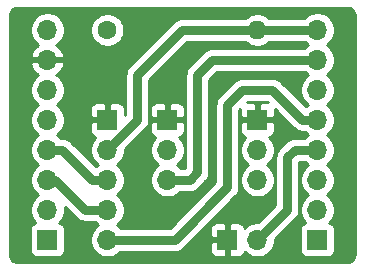
<source format=gbr>
%TF.GenerationSoftware,KiCad,Pcbnew,(5.1.10)-1*%
%TF.CreationDate,2021-09-04T16:11:19-06:00*%
%TF.ProjectId,UselessBox,5573656c-6573-4734-926f-782e6b696361,rev?*%
%TF.SameCoordinates,Original*%
%TF.FileFunction,Copper,L1,Top*%
%TF.FilePolarity,Positive*%
%FSLAX46Y46*%
G04 Gerber Fmt 4.6, Leading zero omitted, Abs format (unit mm)*
G04 Created by KiCad (PCBNEW (5.1.10)-1) date 2021-09-04 16:11:19*
%MOMM*%
%LPD*%
G01*
G04 APERTURE LIST*
%TA.AperFunction,ComponentPad*%
%ADD10O,1.700000X1.700000*%
%TD*%
%TA.AperFunction,ComponentPad*%
%ADD11R,1.700000X1.700000*%
%TD*%
%TA.AperFunction,ComponentPad*%
%ADD12O,1.600000X1.600000*%
%TD*%
%TA.AperFunction,ComponentPad*%
%ADD13C,1.600000*%
%TD*%
%TA.AperFunction,Conductor*%
%ADD14C,0.762000*%
%TD*%
%TA.AperFunction,Conductor*%
%ADD15C,0.254000*%
%TD*%
%TA.AperFunction,Conductor*%
%ADD16C,0.100000*%
%TD*%
G04 APERTURE END LIST*
D10*
%TO.P,J6,5*%
%TO.N,/D6*%
X43180000Y-88900000D03*
%TO.P,J6,4*%
%TO.N,/D1*%
X43180000Y-86360000D03*
%TO.P,J6,3*%
%TO.N,/D2*%
X43180000Y-83820000D03*
%TO.P,J6,2*%
%TO.N,+3V3*%
X43180000Y-81280000D03*
D11*
%TO.P,J6,1*%
%TO.N,GND*%
X43180000Y-78740000D03*
%TD*%
D12*
%TO.P,R1,2*%
%TO.N,+3V3*%
X55880000Y-71120000D03*
D13*
%TO.P,R1,1*%
%TO.N,/D5*%
X43180000Y-71120000D03*
%TD*%
D10*
%TO.P,J5,8*%
%TO.N,+5V*%
X38100000Y-71120000D03*
%TO.P,J5,7*%
%TO.N,GND*%
X38100000Y-73660000D03*
%TO.P,J5,6*%
%TO.N,/D4*%
X38100000Y-76200000D03*
%TO.P,J5,5*%
%TO.N,/D3*%
X38100000Y-78740000D03*
%TO.P,J5,4*%
%TO.N,/D2*%
X38100000Y-81280000D03*
%TO.P,J5,3*%
%TO.N,/D1*%
X38100000Y-83820000D03*
%TO.P,J5,2*%
%TO.N,/RX*%
X38100000Y-86360000D03*
D11*
%TO.P,J5,1*%
%TO.N,/TX*%
X38100000Y-88900000D03*
%TD*%
D10*
%TO.P,J4,3*%
%TO.N,/D8*%
X48260000Y-83820000D03*
%TO.P,J4,2*%
%TO.N,+5V*%
X48260000Y-81280000D03*
D11*
%TO.P,J4,1*%
%TO.N,GND*%
X48260000Y-78740000D03*
%TD*%
D10*
%TO.P,J3,8*%
%TO.N,+3V3*%
X60960000Y-71120000D03*
%TO.P,J3,7*%
%TO.N,/D8*%
X60960000Y-73660000D03*
%TO.P,J3,6*%
%TO.N,/D7*%
X60960000Y-76200000D03*
%TO.P,J3,5*%
%TO.N,/D6*%
X60960000Y-78740000D03*
%TO.P,J3,4*%
%TO.N,/D5*%
X60960000Y-81280000D03*
%TO.P,J3,3*%
%TO.N,/D0*%
X60960000Y-83820000D03*
%TO.P,J3,2*%
%TO.N,/A0*%
X60960000Y-86360000D03*
D11*
%TO.P,J3,1*%
%TO.N,/RST*%
X60960000Y-88900000D03*
%TD*%
D10*
%TO.P,J2,3*%
%TO.N,/D0*%
X55880000Y-83820000D03*
%TO.P,J2,2*%
%TO.N,+5V*%
X55880000Y-81280000D03*
D11*
%TO.P,J2,1*%
%TO.N,GND*%
X55880000Y-78740000D03*
%TD*%
D10*
%TO.P,J1,2*%
%TO.N,/D5*%
X55880000Y-88900000D03*
D11*
%TO.P,J1,1*%
%TO.N,GND*%
X53340000Y-88900000D03*
%TD*%
D14*
%TO.N,/D5*%
X59055000Y-81280000D02*
X60960000Y-81280000D01*
X58420000Y-81915000D02*
X59055000Y-81280000D01*
X58420000Y-86360000D02*
X58420000Y-81915000D01*
X55880000Y-88900000D02*
X58420000Y-86360000D01*
%TO.N,+3V3*%
X60960000Y-71120000D02*
X55880000Y-71120000D01*
X49530000Y-71120000D02*
X55880000Y-71120000D01*
X45720000Y-74930000D02*
X49530000Y-71120000D01*
X45720000Y-78740000D02*
X45720000Y-74930000D01*
X43180000Y-81280000D02*
X45720000Y-78740000D01*
%TO.N,/D8*%
X52070000Y-73660000D02*
X60960000Y-73660000D01*
X50800000Y-74930000D02*
X52070000Y-73660000D01*
X50800000Y-83185000D02*
X50800000Y-74930000D01*
X50165000Y-83820000D02*
X50800000Y-83185000D01*
X48260000Y-83820000D02*
X50165000Y-83820000D01*
%TO.N,/D6*%
X59690000Y-78740000D02*
X60960000Y-78740000D01*
X54610000Y-76200000D02*
X57150000Y-76200000D01*
X57150000Y-76200000D02*
X59690000Y-78740000D01*
X53340000Y-77470000D02*
X54610000Y-76200000D01*
X48895000Y-88900000D02*
X53340000Y-84455000D01*
X53340000Y-84455000D02*
X53340000Y-77470000D01*
X43180000Y-88900000D02*
X48895000Y-88900000D01*
%TO.N,/D2*%
X39370000Y-81280000D02*
X38100000Y-81280000D01*
X41910000Y-83820000D02*
X39370000Y-81280000D01*
X43180000Y-83820000D02*
X41910000Y-83820000D01*
%TO.N,/D1*%
X38735000Y-83820000D02*
X38100000Y-83820000D01*
X41275000Y-86360000D02*
X38735000Y-83820000D01*
X43180000Y-86360000D02*
X41275000Y-86360000D01*
%TD*%
D15*
%TO.N,GND*%
X63617869Y-69254722D02*
X63731246Y-69288953D01*
X63835819Y-69344555D01*
X63927596Y-69419407D01*
X64003091Y-69510664D01*
X64059419Y-69614844D01*
X64094440Y-69727976D01*
X64110000Y-69876022D01*
X64110001Y-90137711D01*
X64095278Y-90287869D01*
X64061047Y-90401246D01*
X64005446Y-90505817D01*
X63930594Y-90597595D01*
X63839335Y-90673091D01*
X63735160Y-90729419D01*
X63622024Y-90764440D01*
X63473979Y-90780000D01*
X35592279Y-90780000D01*
X35442131Y-90765278D01*
X35328754Y-90731047D01*
X35224183Y-90675446D01*
X35132405Y-90600594D01*
X35056909Y-90509335D01*
X35000581Y-90405160D01*
X34965560Y-90292024D01*
X34950000Y-90143979D01*
X34950000Y-88050000D01*
X36611928Y-88050000D01*
X36611928Y-89750000D01*
X36624188Y-89874482D01*
X36660498Y-89994180D01*
X36719463Y-90104494D01*
X36798815Y-90201185D01*
X36895506Y-90280537D01*
X37005820Y-90339502D01*
X37125518Y-90375812D01*
X37250000Y-90388072D01*
X38950000Y-90388072D01*
X39074482Y-90375812D01*
X39194180Y-90339502D01*
X39304494Y-90280537D01*
X39401185Y-90201185D01*
X39480537Y-90104494D01*
X39539502Y-89994180D01*
X39575812Y-89874482D01*
X39588072Y-89750000D01*
X39588072Y-88050000D01*
X39575812Y-87925518D01*
X39539502Y-87805820D01*
X39480537Y-87695506D01*
X39401185Y-87598815D01*
X39304494Y-87519463D01*
X39194180Y-87460498D01*
X39121620Y-87438487D01*
X39253475Y-87306632D01*
X39415990Y-87063411D01*
X39527932Y-86793158D01*
X39585000Y-86506260D01*
X39585000Y-86213740D01*
X39558456Y-86080297D01*
X40521292Y-87043133D01*
X40553104Y-87081896D01*
X40707810Y-87208860D01*
X40884313Y-87303202D01*
X41017732Y-87343674D01*
X41075828Y-87361298D01*
X41095177Y-87363204D01*
X41225098Y-87376000D01*
X41225105Y-87376000D01*
X41274999Y-87380914D01*
X41324893Y-87376000D01*
X42095893Y-87376000D01*
X42233368Y-87513475D01*
X42407760Y-87630000D01*
X42233368Y-87746525D01*
X42026525Y-87953368D01*
X41864010Y-88196589D01*
X41752068Y-88466842D01*
X41695000Y-88753740D01*
X41695000Y-89046260D01*
X41752068Y-89333158D01*
X41864010Y-89603411D01*
X42026525Y-89846632D01*
X42233368Y-90053475D01*
X42476589Y-90215990D01*
X42746842Y-90327932D01*
X43033740Y-90385000D01*
X43326260Y-90385000D01*
X43613158Y-90327932D01*
X43883411Y-90215990D01*
X44126632Y-90053475D01*
X44264107Y-89916000D01*
X48845098Y-89916000D01*
X48895000Y-89920915D01*
X48944902Y-89916000D01*
X49094171Y-89901298D01*
X49285687Y-89843202D01*
X49460057Y-89750000D01*
X51851928Y-89750000D01*
X51864188Y-89874482D01*
X51900498Y-89994180D01*
X51959463Y-90104494D01*
X52038815Y-90201185D01*
X52135506Y-90280537D01*
X52245820Y-90339502D01*
X52365518Y-90375812D01*
X52490000Y-90388072D01*
X53054250Y-90385000D01*
X53213000Y-90226250D01*
X53213000Y-89027000D01*
X52013750Y-89027000D01*
X51855000Y-89185750D01*
X51851928Y-89750000D01*
X49460057Y-89750000D01*
X49462190Y-89748860D01*
X49616896Y-89621896D01*
X49648712Y-89583128D01*
X51181840Y-88050000D01*
X51851928Y-88050000D01*
X51855000Y-88614250D01*
X52013750Y-88773000D01*
X53213000Y-88773000D01*
X53213000Y-87573750D01*
X53054250Y-87415000D01*
X52490000Y-87411928D01*
X52365518Y-87424188D01*
X52245820Y-87460498D01*
X52135506Y-87519463D01*
X52038815Y-87598815D01*
X51959463Y-87695506D01*
X51900498Y-87805820D01*
X51864188Y-87925518D01*
X51851928Y-88050000D01*
X51181840Y-88050000D01*
X54023133Y-85208708D01*
X54061896Y-85176896D01*
X54188860Y-85022190D01*
X54283202Y-84845687D01*
X54341298Y-84654171D01*
X54356000Y-84504902D01*
X54356000Y-84504895D01*
X54360914Y-84455001D01*
X54356000Y-84405107D01*
X54356000Y-79590000D01*
X54391928Y-79590000D01*
X54404188Y-79714482D01*
X54440498Y-79834180D01*
X54499463Y-79944494D01*
X54578815Y-80041185D01*
X54675506Y-80120537D01*
X54785820Y-80179502D01*
X54858380Y-80201513D01*
X54726525Y-80333368D01*
X54564010Y-80576589D01*
X54452068Y-80846842D01*
X54395000Y-81133740D01*
X54395000Y-81426260D01*
X54452068Y-81713158D01*
X54564010Y-81983411D01*
X54726525Y-82226632D01*
X54933368Y-82433475D01*
X55107760Y-82550000D01*
X54933368Y-82666525D01*
X54726525Y-82873368D01*
X54564010Y-83116589D01*
X54452068Y-83386842D01*
X54395000Y-83673740D01*
X54395000Y-83966260D01*
X54452068Y-84253158D01*
X54564010Y-84523411D01*
X54726525Y-84766632D01*
X54933368Y-84973475D01*
X55176589Y-85135990D01*
X55446842Y-85247932D01*
X55733740Y-85305000D01*
X56026260Y-85305000D01*
X56313158Y-85247932D01*
X56583411Y-85135990D01*
X56826632Y-84973475D01*
X57033475Y-84766632D01*
X57195990Y-84523411D01*
X57307932Y-84253158D01*
X57365000Y-83966260D01*
X57365000Y-83673740D01*
X57307932Y-83386842D01*
X57195990Y-83116589D01*
X57033475Y-82873368D01*
X56826632Y-82666525D01*
X56652240Y-82550000D01*
X56826632Y-82433475D01*
X57033475Y-82226632D01*
X57195990Y-81983411D01*
X57307932Y-81713158D01*
X57365000Y-81426260D01*
X57365000Y-81133740D01*
X57307932Y-80846842D01*
X57195990Y-80576589D01*
X57033475Y-80333368D01*
X56901620Y-80201513D01*
X56974180Y-80179502D01*
X57084494Y-80120537D01*
X57181185Y-80041185D01*
X57260537Y-79944494D01*
X57319502Y-79834180D01*
X57355812Y-79714482D01*
X57368072Y-79590000D01*
X57365000Y-79025750D01*
X57206250Y-78867000D01*
X56007000Y-78867000D01*
X56007000Y-78887000D01*
X55753000Y-78887000D01*
X55753000Y-78867000D01*
X54553750Y-78867000D01*
X54395000Y-79025750D01*
X54391928Y-79590000D01*
X54356000Y-79590000D01*
X54356000Y-77890840D01*
X54395761Y-77851079D01*
X54391928Y-77890000D01*
X54395000Y-78454250D01*
X54553750Y-78613000D01*
X55753000Y-78613000D01*
X55753000Y-77413750D01*
X55594250Y-77255000D01*
X55030000Y-77251928D01*
X54991080Y-77255761D01*
X55030841Y-77216000D01*
X56729160Y-77216000D01*
X56768921Y-77255761D01*
X56730000Y-77251928D01*
X56165750Y-77255000D01*
X56007000Y-77413750D01*
X56007000Y-78613000D01*
X57206250Y-78613000D01*
X57365000Y-78454250D01*
X57368072Y-77890000D01*
X57364239Y-77851079D01*
X58936292Y-79423133D01*
X58968104Y-79461896D01*
X59122810Y-79588860D01*
X59299313Y-79683202D01*
X59402429Y-79714482D01*
X59490828Y-79741298D01*
X59510177Y-79743204D01*
X59640098Y-79756000D01*
X59640105Y-79756000D01*
X59689999Y-79760914D01*
X59739893Y-79756000D01*
X59875893Y-79756000D01*
X60013368Y-79893475D01*
X60187760Y-80010000D01*
X60013368Y-80126525D01*
X59875893Y-80264000D01*
X59104902Y-80264000D01*
X59055000Y-80259085D01*
X59005098Y-80264000D01*
X58855829Y-80278702D01*
X58664313Y-80336798D01*
X58487810Y-80431140D01*
X58333104Y-80558104D01*
X58301287Y-80596873D01*
X57736868Y-81161292D01*
X57698105Y-81193104D01*
X57571141Y-81347810D01*
X57529209Y-81426260D01*
X57476799Y-81524313D01*
X57418702Y-81715830D01*
X57399085Y-81915000D01*
X57404001Y-81964912D01*
X57404000Y-85939159D01*
X55928160Y-87415000D01*
X55733740Y-87415000D01*
X55446842Y-87472068D01*
X55176589Y-87584010D01*
X54933368Y-87746525D01*
X54801513Y-87878380D01*
X54779502Y-87805820D01*
X54720537Y-87695506D01*
X54641185Y-87598815D01*
X54544494Y-87519463D01*
X54434180Y-87460498D01*
X54314482Y-87424188D01*
X54190000Y-87411928D01*
X53625750Y-87415000D01*
X53467000Y-87573750D01*
X53467000Y-88773000D01*
X53487000Y-88773000D01*
X53487000Y-89027000D01*
X53467000Y-89027000D01*
X53467000Y-90226250D01*
X53625750Y-90385000D01*
X54190000Y-90388072D01*
X54314482Y-90375812D01*
X54434180Y-90339502D01*
X54544494Y-90280537D01*
X54641185Y-90201185D01*
X54720537Y-90104494D01*
X54779502Y-89994180D01*
X54801513Y-89921620D01*
X54933368Y-90053475D01*
X55176589Y-90215990D01*
X55446842Y-90327932D01*
X55733740Y-90385000D01*
X56026260Y-90385000D01*
X56313158Y-90327932D01*
X56583411Y-90215990D01*
X56826632Y-90053475D01*
X57033475Y-89846632D01*
X57195990Y-89603411D01*
X57307932Y-89333158D01*
X57365000Y-89046260D01*
X57365000Y-88851840D01*
X59103135Y-87113706D01*
X59141896Y-87081896D01*
X59268860Y-86927190D01*
X59363202Y-86750687D01*
X59421298Y-86559171D01*
X59436000Y-86409902D01*
X59436000Y-86409895D01*
X59440914Y-86360001D01*
X59436000Y-86310107D01*
X59436000Y-82335840D01*
X59475840Y-82296000D01*
X59875893Y-82296000D01*
X60013368Y-82433475D01*
X60187760Y-82550000D01*
X60013368Y-82666525D01*
X59806525Y-82873368D01*
X59644010Y-83116589D01*
X59532068Y-83386842D01*
X59475000Y-83673740D01*
X59475000Y-83966260D01*
X59532068Y-84253158D01*
X59644010Y-84523411D01*
X59806525Y-84766632D01*
X60013368Y-84973475D01*
X60187760Y-85090000D01*
X60013368Y-85206525D01*
X59806525Y-85413368D01*
X59644010Y-85656589D01*
X59532068Y-85926842D01*
X59475000Y-86213740D01*
X59475000Y-86506260D01*
X59532068Y-86793158D01*
X59644010Y-87063411D01*
X59806525Y-87306632D01*
X59938380Y-87438487D01*
X59865820Y-87460498D01*
X59755506Y-87519463D01*
X59658815Y-87598815D01*
X59579463Y-87695506D01*
X59520498Y-87805820D01*
X59484188Y-87925518D01*
X59471928Y-88050000D01*
X59471928Y-89750000D01*
X59484188Y-89874482D01*
X59520498Y-89994180D01*
X59579463Y-90104494D01*
X59658815Y-90201185D01*
X59755506Y-90280537D01*
X59865820Y-90339502D01*
X59985518Y-90375812D01*
X60110000Y-90388072D01*
X61810000Y-90388072D01*
X61934482Y-90375812D01*
X62054180Y-90339502D01*
X62164494Y-90280537D01*
X62261185Y-90201185D01*
X62340537Y-90104494D01*
X62399502Y-89994180D01*
X62435812Y-89874482D01*
X62448072Y-89750000D01*
X62448072Y-88050000D01*
X62435812Y-87925518D01*
X62399502Y-87805820D01*
X62340537Y-87695506D01*
X62261185Y-87598815D01*
X62164494Y-87519463D01*
X62054180Y-87460498D01*
X61981620Y-87438487D01*
X62113475Y-87306632D01*
X62275990Y-87063411D01*
X62387932Y-86793158D01*
X62445000Y-86506260D01*
X62445000Y-86213740D01*
X62387932Y-85926842D01*
X62275990Y-85656589D01*
X62113475Y-85413368D01*
X61906632Y-85206525D01*
X61732240Y-85090000D01*
X61906632Y-84973475D01*
X62113475Y-84766632D01*
X62275990Y-84523411D01*
X62387932Y-84253158D01*
X62445000Y-83966260D01*
X62445000Y-83673740D01*
X62387932Y-83386842D01*
X62275990Y-83116589D01*
X62113475Y-82873368D01*
X61906632Y-82666525D01*
X61732240Y-82550000D01*
X61906632Y-82433475D01*
X62113475Y-82226632D01*
X62275990Y-81983411D01*
X62387932Y-81713158D01*
X62445000Y-81426260D01*
X62445000Y-81133740D01*
X62387932Y-80846842D01*
X62275990Y-80576589D01*
X62113475Y-80333368D01*
X61906632Y-80126525D01*
X61732240Y-80010000D01*
X61906632Y-79893475D01*
X62113475Y-79686632D01*
X62275990Y-79443411D01*
X62387932Y-79173158D01*
X62445000Y-78886260D01*
X62445000Y-78593740D01*
X62387932Y-78306842D01*
X62275990Y-78036589D01*
X62113475Y-77793368D01*
X61906632Y-77586525D01*
X61732240Y-77470000D01*
X61906632Y-77353475D01*
X62113475Y-77146632D01*
X62275990Y-76903411D01*
X62387932Y-76633158D01*
X62445000Y-76346260D01*
X62445000Y-76053740D01*
X62387932Y-75766842D01*
X62275990Y-75496589D01*
X62113475Y-75253368D01*
X61906632Y-75046525D01*
X61732240Y-74930000D01*
X61906632Y-74813475D01*
X62113475Y-74606632D01*
X62275990Y-74363411D01*
X62387932Y-74093158D01*
X62445000Y-73806260D01*
X62445000Y-73513740D01*
X62387932Y-73226842D01*
X62275990Y-72956589D01*
X62113475Y-72713368D01*
X61906632Y-72506525D01*
X61732240Y-72390000D01*
X61906632Y-72273475D01*
X62113475Y-72066632D01*
X62275990Y-71823411D01*
X62387932Y-71553158D01*
X62445000Y-71266260D01*
X62445000Y-70973740D01*
X62387932Y-70686842D01*
X62275990Y-70416589D01*
X62113475Y-70173368D01*
X61906632Y-69966525D01*
X61663411Y-69804010D01*
X61393158Y-69692068D01*
X61106260Y-69635000D01*
X60813740Y-69635000D01*
X60526842Y-69692068D01*
X60256589Y-69804010D01*
X60013368Y-69966525D01*
X59875893Y-70104000D01*
X56893396Y-70104000D01*
X56794759Y-70005363D01*
X56559727Y-69848320D01*
X56298574Y-69740147D01*
X56021335Y-69685000D01*
X55738665Y-69685000D01*
X55461426Y-69740147D01*
X55200273Y-69848320D01*
X54965241Y-70005363D01*
X54866604Y-70104000D01*
X49579902Y-70104000D01*
X49530000Y-70099085D01*
X49480098Y-70104000D01*
X49330829Y-70118702D01*
X49139313Y-70176798D01*
X48962810Y-70271140D01*
X48808104Y-70398104D01*
X48776292Y-70436867D01*
X45036868Y-74176292D01*
X44998105Y-74208104D01*
X44871141Y-74362810D01*
X44836874Y-74426920D01*
X44776799Y-74539313D01*
X44718702Y-74730830D01*
X44699085Y-74930000D01*
X44704001Y-74979912D01*
X44704000Y-78319159D01*
X44665526Y-78357633D01*
X44668072Y-77890000D01*
X44655812Y-77765518D01*
X44619502Y-77645820D01*
X44560537Y-77535506D01*
X44481185Y-77438815D01*
X44384494Y-77359463D01*
X44274180Y-77300498D01*
X44154482Y-77264188D01*
X44030000Y-77251928D01*
X43465750Y-77255000D01*
X43307000Y-77413750D01*
X43307000Y-78613000D01*
X43327000Y-78613000D01*
X43327000Y-78867000D01*
X43307000Y-78867000D01*
X43307000Y-78887000D01*
X43053000Y-78887000D01*
X43053000Y-78867000D01*
X41853750Y-78867000D01*
X41695000Y-79025750D01*
X41691928Y-79590000D01*
X41704188Y-79714482D01*
X41740498Y-79834180D01*
X41799463Y-79944494D01*
X41878815Y-80041185D01*
X41975506Y-80120537D01*
X42085820Y-80179502D01*
X42158380Y-80201513D01*
X42026525Y-80333368D01*
X41864010Y-80576589D01*
X41752068Y-80846842D01*
X41695000Y-81133740D01*
X41695000Y-81426260D01*
X41752068Y-81713158D01*
X41864010Y-81983411D01*
X42026525Y-82226632D01*
X42233368Y-82433475D01*
X42407760Y-82550000D01*
X42233368Y-82666525D01*
X42213367Y-82686526D01*
X40123712Y-80596872D01*
X40091896Y-80558104D01*
X39937190Y-80431140D01*
X39760687Y-80336798D01*
X39569171Y-80278702D01*
X39419902Y-80264000D01*
X39370000Y-80259085D01*
X39320098Y-80264000D01*
X39184107Y-80264000D01*
X39046632Y-80126525D01*
X38872240Y-80010000D01*
X39046632Y-79893475D01*
X39253475Y-79686632D01*
X39415990Y-79443411D01*
X39527932Y-79173158D01*
X39585000Y-78886260D01*
X39585000Y-78593740D01*
X39527932Y-78306842D01*
X39415990Y-78036589D01*
X39318043Y-77890000D01*
X41691928Y-77890000D01*
X41695000Y-78454250D01*
X41853750Y-78613000D01*
X43053000Y-78613000D01*
X43053000Y-77413750D01*
X42894250Y-77255000D01*
X42330000Y-77251928D01*
X42205518Y-77264188D01*
X42085820Y-77300498D01*
X41975506Y-77359463D01*
X41878815Y-77438815D01*
X41799463Y-77535506D01*
X41740498Y-77645820D01*
X41704188Y-77765518D01*
X41691928Y-77890000D01*
X39318043Y-77890000D01*
X39253475Y-77793368D01*
X39046632Y-77586525D01*
X38872240Y-77470000D01*
X39046632Y-77353475D01*
X39253475Y-77146632D01*
X39415990Y-76903411D01*
X39527932Y-76633158D01*
X39585000Y-76346260D01*
X39585000Y-76053740D01*
X39527932Y-75766842D01*
X39415990Y-75496589D01*
X39253475Y-75253368D01*
X39046632Y-75046525D01*
X38864466Y-74924805D01*
X38981355Y-74855178D01*
X39197588Y-74660269D01*
X39371641Y-74426920D01*
X39496825Y-74164099D01*
X39541476Y-74016890D01*
X39420155Y-73787000D01*
X38227000Y-73787000D01*
X38227000Y-73807000D01*
X37973000Y-73807000D01*
X37973000Y-73787000D01*
X36779845Y-73787000D01*
X36658524Y-74016890D01*
X36703175Y-74164099D01*
X36828359Y-74426920D01*
X37002412Y-74660269D01*
X37218645Y-74855178D01*
X37335534Y-74924805D01*
X37153368Y-75046525D01*
X36946525Y-75253368D01*
X36784010Y-75496589D01*
X36672068Y-75766842D01*
X36615000Y-76053740D01*
X36615000Y-76346260D01*
X36672068Y-76633158D01*
X36784010Y-76903411D01*
X36946525Y-77146632D01*
X37153368Y-77353475D01*
X37327760Y-77470000D01*
X37153368Y-77586525D01*
X36946525Y-77793368D01*
X36784010Y-78036589D01*
X36672068Y-78306842D01*
X36615000Y-78593740D01*
X36615000Y-78886260D01*
X36672068Y-79173158D01*
X36784010Y-79443411D01*
X36946525Y-79686632D01*
X37153368Y-79893475D01*
X37327760Y-80010000D01*
X37153368Y-80126525D01*
X36946525Y-80333368D01*
X36784010Y-80576589D01*
X36672068Y-80846842D01*
X36615000Y-81133740D01*
X36615000Y-81426260D01*
X36672068Y-81713158D01*
X36784010Y-81983411D01*
X36946525Y-82226632D01*
X37153368Y-82433475D01*
X37327760Y-82550000D01*
X37153368Y-82666525D01*
X36946525Y-82873368D01*
X36784010Y-83116589D01*
X36672068Y-83386842D01*
X36615000Y-83673740D01*
X36615000Y-83966260D01*
X36672068Y-84253158D01*
X36784010Y-84523411D01*
X36946525Y-84766632D01*
X37153368Y-84973475D01*
X37327760Y-85090000D01*
X37153368Y-85206525D01*
X36946525Y-85413368D01*
X36784010Y-85656589D01*
X36672068Y-85926842D01*
X36615000Y-86213740D01*
X36615000Y-86506260D01*
X36672068Y-86793158D01*
X36784010Y-87063411D01*
X36946525Y-87306632D01*
X37078380Y-87438487D01*
X37005820Y-87460498D01*
X36895506Y-87519463D01*
X36798815Y-87598815D01*
X36719463Y-87695506D01*
X36660498Y-87805820D01*
X36624188Y-87925518D01*
X36611928Y-88050000D01*
X34950000Y-88050000D01*
X34950000Y-70973740D01*
X36615000Y-70973740D01*
X36615000Y-71266260D01*
X36672068Y-71553158D01*
X36784010Y-71823411D01*
X36946525Y-72066632D01*
X37153368Y-72273475D01*
X37335534Y-72395195D01*
X37218645Y-72464822D01*
X37002412Y-72659731D01*
X36828359Y-72893080D01*
X36703175Y-73155901D01*
X36658524Y-73303110D01*
X36779845Y-73533000D01*
X37973000Y-73533000D01*
X37973000Y-73513000D01*
X38227000Y-73513000D01*
X38227000Y-73533000D01*
X39420155Y-73533000D01*
X39541476Y-73303110D01*
X39496825Y-73155901D01*
X39371641Y-72893080D01*
X39197588Y-72659731D01*
X38981355Y-72464822D01*
X38864466Y-72395195D01*
X39046632Y-72273475D01*
X39253475Y-72066632D01*
X39415990Y-71823411D01*
X39527932Y-71553158D01*
X39585000Y-71266260D01*
X39585000Y-70978665D01*
X41745000Y-70978665D01*
X41745000Y-71261335D01*
X41800147Y-71538574D01*
X41908320Y-71799727D01*
X42065363Y-72034759D01*
X42265241Y-72234637D01*
X42500273Y-72391680D01*
X42761426Y-72499853D01*
X43038665Y-72555000D01*
X43321335Y-72555000D01*
X43598574Y-72499853D01*
X43859727Y-72391680D01*
X44094759Y-72234637D01*
X44294637Y-72034759D01*
X44451680Y-71799727D01*
X44559853Y-71538574D01*
X44615000Y-71261335D01*
X44615000Y-70978665D01*
X44559853Y-70701426D01*
X44451680Y-70440273D01*
X44294637Y-70205241D01*
X44094759Y-70005363D01*
X43859727Y-69848320D01*
X43598574Y-69740147D01*
X43321335Y-69685000D01*
X43038665Y-69685000D01*
X42761426Y-69740147D01*
X42500273Y-69848320D01*
X42265241Y-70005363D01*
X42065363Y-70205241D01*
X41908320Y-70440273D01*
X41800147Y-70701426D01*
X41745000Y-70978665D01*
X39585000Y-70978665D01*
X39585000Y-70973740D01*
X39527932Y-70686842D01*
X39415990Y-70416589D01*
X39253475Y-70173368D01*
X39046632Y-69966525D01*
X38803411Y-69804010D01*
X38533158Y-69692068D01*
X38246260Y-69635000D01*
X37953740Y-69635000D01*
X37666842Y-69692068D01*
X37396589Y-69804010D01*
X37153368Y-69966525D01*
X36946525Y-70173368D01*
X36784010Y-70416589D01*
X36672068Y-70686842D01*
X36615000Y-70973740D01*
X34950000Y-70973740D01*
X34950000Y-69882279D01*
X34964722Y-69732131D01*
X34998953Y-69618754D01*
X35054555Y-69514181D01*
X35129407Y-69422404D01*
X35220664Y-69346909D01*
X35324844Y-69290581D01*
X35437976Y-69255560D01*
X35586022Y-69240000D01*
X63467721Y-69240000D01*
X63617869Y-69254722D01*
%TA.AperFunction,Conductor*%
D16*
G36*
X63617869Y-69254722D02*
G01*
X63731246Y-69288953D01*
X63835819Y-69344555D01*
X63927596Y-69419407D01*
X64003091Y-69510664D01*
X64059419Y-69614844D01*
X64094440Y-69727976D01*
X64110000Y-69876022D01*
X64110001Y-90137711D01*
X64095278Y-90287869D01*
X64061047Y-90401246D01*
X64005446Y-90505817D01*
X63930594Y-90597595D01*
X63839335Y-90673091D01*
X63735160Y-90729419D01*
X63622024Y-90764440D01*
X63473979Y-90780000D01*
X35592279Y-90780000D01*
X35442131Y-90765278D01*
X35328754Y-90731047D01*
X35224183Y-90675446D01*
X35132405Y-90600594D01*
X35056909Y-90509335D01*
X35000581Y-90405160D01*
X34965560Y-90292024D01*
X34950000Y-90143979D01*
X34950000Y-88050000D01*
X36611928Y-88050000D01*
X36611928Y-89750000D01*
X36624188Y-89874482D01*
X36660498Y-89994180D01*
X36719463Y-90104494D01*
X36798815Y-90201185D01*
X36895506Y-90280537D01*
X37005820Y-90339502D01*
X37125518Y-90375812D01*
X37250000Y-90388072D01*
X38950000Y-90388072D01*
X39074482Y-90375812D01*
X39194180Y-90339502D01*
X39304494Y-90280537D01*
X39401185Y-90201185D01*
X39480537Y-90104494D01*
X39539502Y-89994180D01*
X39575812Y-89874482D01*
X39588072Y-89750000D01*
X39588072Y-88050000D01*
X39575812Y-87925518D01*
X39539502Y-87805820D01*
X39480537Y-87695506D01*
X39401185Y-87598815D01*
X39304494Y-87519463D01*
X39194180Y-87460498D01*
X39121620Y-87438487D01*
X39253475Y-87306632D01*
X39415990Y-87063411D01*
X39527932Y-86793158D01*
X39585000Y-86506260D01*
X39585000Y-86213740D01*
X39558456Y-86080297D01*
X40521292Y-87043133D01*
X40553104Y-87081896D01*
X40707810Y-87208860D01*
X40884313Y-87303202D01*
X41017732Y-87343674D01*
X41075828Y-87361298D01*
X41095177Y-87363204D01*
X41225098Y-87376000D01*
X41225105Y-87376000D01*
X41274999Y-87380914D01*
X41324893Y-87376000D01*
X42095893Y-87376000D01*
X42233368Y-87513475D01*
X42407760Y-87630000D01*
X42233368Y-87746525D01*
X42026525Y-87953368D01*
X41864010Y-88196589D01*
X41752068Y-88466842D01*
X41695000Y-88753740D01*
X41695000Y-89046260D01*
X41752068Y-89333158D01*
X41864010Y-89603411D01*
X42026525Y-89846632D01*
X42233368Y-90053475D01*
X42476589Y-90215990D01*
X42746842Y-90327932D01*
X43033740Y-90385000D01*
X43326260Y-90385000D01*
X43613158Y-90327932D01*
X43883411Y-90215990D01*
X44126632Y-90053475D01*
X44264107Y-89916000D01*
X48845098Y-89916000D01*
X48895000Y-89920915D01*
X48944902Y-89916000D01*
X49094171Y-89901298D01*
X49285687Y-89843202D01*
X49460057Y-89750000D01*
X51851928Y-89750000D01*
X51864188Y-89874482D01*
X51900498Y-89994180D01*
X51959463Y-90104494D01*
X52038815Y-90201185D01*
X52135506Y-90280537D01*
X52245820Y-90339502D01*
X52365518Y-90375812D01*
X52490000Y-90388072D01*
X53054250Y-90385000D01*
X53213000Y-90226250D01*
X53213000Y-89027000D01*
X52013750Y-89027000D01*
X51855000Y-89185750D01*
X51851928Y-89750000D01*
X49460057Y-89750000D01*
X49462190Y-89748860D01*
X49616896Y-89621896D01*
X49648712Y-89583128D01*
X51181840Y-88050000D01*
X51851928Y-88050000D01*
X51855000Y-88614250D01*
X52013750Y-88773000D01*
X53213000Y-88773000D01*
X53213000Y-87573750D01*
X53054250Y-87415000D01*
X52490000Y-87411928D01*
X52365518Y-87424188D01*
X52245820Y-87460498D01*
X52135506Y-87519463D01*
X52038815Y-87598815D01*
X51959463Y-87695506D01*
X51900498Y-87805820D01*
X51864188Y-87925518D01*
X51851928Y-88050000D01*
X51181840Y-88050000D01*
X54023133Y-85208708D01*
X54061896Y-85176896D01*
X54188860Y-85022190D01*
X54283202Y-84845687D01*
X54341298Y-84654171D01*
X54356000Y-84504902D01*
X54356000Y-84504895D01*
X54360914Y-84455001D01*
X54356000Y-84405107D01*
X54356000Y-79590000D01*
X54391928Y-79590000D01*
X54404188Y-79714482D01*
X54440498Y-79834180D01*
X54499463Y-79944494D01*
X54578815Y-80041185D01*
X54675506Y-80120537D01*
X54785820Y-80179502D01*
X54858380Y-80201513D01*
X54726525Y-80333368D01*
X54564010Y-80576589D01*
X54452068Y-80846842D01*
X54395000Y-81133740D01*
X54395000Y-81426260D01*
X54452068Y-81713158D01*
X54564010Y-81983411D01*
X54726525Y-82226632D01*
X54933368Y-82433475D01*
X55107760Y-82550000D01*
X54933368Y-82666525D01*
X54726525Y-82873368D01*
X54564010Y-83116589D01*
X54452068Y-83386842D01*
X54395000Y-83673740D01*
X54395000Y-83966260D01*
X54452068Y-84253158D01*
X54564010Y-84523411D01*
X54726525Y-84766632D01*
X54933368Y-84973475D01*
X55176589Y-85135990D01*
X55446842Y-85247932D01*
X55733740Y-85305000D01*
X56026260Y-85305000D01*
X56313158Y-85247932D01*
X56583411Y-85135990D01*
X56826632Y-84973475D01*
X57033475Y-84766632D01*
X57195990Y-84523411D01*
X57307932Y-84253158D01*
X57365000Y-83966260D01*
X57365000Y-83673740D01*
X57307932Y-83386842D01*
X57195990Y-83116589D01*
X57033475Y-82873368D01*
X56826632Y-82666525D01*
X56652240Y-82550000D01*
X56826632Y-82433475D01*
X57033475Y-82226632D01*
X57195990Y-81983411D01*
X57307932Y-81713158D01*
X57365000Y-81426260D01*
X57365000Y-81133740D01*
X57307932Y-80846842D01*
X57195990Y-80576589D01*
X57033475Y-80333368D01*
X56901620Y-80201513D01*
X56974180Y-80179502D01*
X57084494Y-80120537D01*
X57181185Y-80041185D01*
X57260537Y-79944494D01*
X57319502Y-79834180D01*
X57355812Y-79714482D01*
X57368072Y-79590000D01*
X57365000Y-79025750D01*
X57206250Y-78867000D01*
X56007000Y-78867000D01*
X56007000Y-78887000D01*
X55753000Y-78887000D01*
X55753000Y-78867000D01*
X54553750Y-78867000D01*
X54395000Y-79025750D01*
X54391928Y-79590000D01*
X54356000Y-79590000D01*
X54356000Y-77890840D01*
X54395761Y-77851079D01*
X54391928Y-77890000D01*
X54395000Y-78454250D01*
X54553750Y-78613000D01*
X55753000Y-78613000D01*
X55753000Y-77413750D01*
X55594250Y-77255000D01*
X55030000Y-77251928D01*
X54991080Y-77255761D01*
X55030841Y-77216000D01*
X56729160Y-77216000D01*
X56768921Y-77255761D01*
X56730000Y-77251928D01*
X56165750Y-77255000D01*
X56007000Y-77413750D01*
X56007000Y-78613000D01*
X57206250Y-78613000D01*
X57365000Y-78454250D01*
X57368072Y-77890000D01*
X57364239Y-77851079D01*
X58936292Y-79423133D01*
X58968104Y-79461896D01*
X59122810Y-79588860D01*
X59299313Y-79683202D01*
X59402429Y-79714482D01*
X59490828Y-79741298D01*
X59510177Y-79743204D01*
X59640098Y-79756000D01*
X59640105Y-79756000D01*
X59689999Y-79760914D01*
X59739893Y-79756000D01*
X59875893Y-79756000D01*
X60013368Y-79893475D01*
X60187760Y-80010000D01*
X60013368Y-80126525D01*
X59875893Y-80264000D01*
X59104902Y-80264000D01*
X59055000Y-80259085D01*
X59005098Y-80264000D01*
X58855829Y-80278702D01*
X58664313Y-80336798D01*
X58487810Y-80431140D01*
X58333104Y-80558104D01*
X58301287Y-80596873D01*
X57736868Y-81161292D01*
X57698105Y-81193104D01*
X57571141Y-81347810D01*
X57529209Y-81426260D01*
X57476799Y-81524313D01*
X57418702Y-81715830D01*
X57399085Y-81915000D01*
X57404001Y-81964912D01*
X57404000Y-85939159D01*
X55928160Y-87415000D01*
X55733740Y-87415000D01*
X55446842Y-87472068D01*
X55176589Y-87584010D01*
X54933368Y-87746525D01*
X54801513Y-87878380D01*
X54779502Y-87805820D01*
X54720537Y-87695506D01*
X54641185Y-87598815D01*
X54544494Y-87519463D01*
X54434180Y-87460498D01*
X54314482Y-87424188D01*
X54190000Y-87411928D01*
X53625750Y-87415000D01*
X53467000Y-87573750D01*
X53467000Y-88773000D01*
X53487000Y-88773000D01*
X53487000Y-89027000D01*
X53467000Y-89027000D01*
X53467000Y-90226250D01*
X53625750Y-90385000D01*
X54190000Y-90388072D01*
X54314482Y-90375812D01*
X54434180Y-90339502D01*
X54544494Y-90280537D01*
X54641185Y-90201185D01*
X54720537Y-90104494D01*
X54779502Y-89994180D01*
X54801513Y-89921620D01*
X54933368Y-90053475D01*
X55176589Y-90215990D01*
X55446842Y-90327932D01*
X55733740Y-90385000D01*
X56026260Y-90385000D01*
X56313158Y-90327932D01*
X56583411Y-90215990D01*
X56826632Y-90053475D01*
X57033475Y-89846632D01*
X57195990Y-89603411D01*
X57307932Y-89333158D01*
X57365000Y-89046260D01*
X57365000Y-88851840D01*
X59103135Y-87113706D01*
X59141896Y-87081896D01*
X59268860Y-86927190D01*
X59363202Y-86750687D01*
X59421298Y-86559171D01*
X59436000Y-86409902D01*
X59436000Y-86409895D01*
X59440914Y-86360001D01*
X59436000Y-86310107D01*
X59436000Y-82335840D01*
X59475840Y-82296000D01*
X59875893Y-82296000D01*
X60013368Y-82433475D01*
X60187760Y-82550000D01*
X60013368Y-82666525D01*
X59806525Y-82873368D01*
X59644010Y-83116589D01*
X59532068Y-83386842D01*
X59475000Y-83673740D01*
X59475000Y-83966260D01*
X59532068Y-84253158D01*
X59644010Y-84523411D01*
X59806525Y-84766632D01*
X60013368Y-84973475D01*
X60187760Y-85090000D01*
X60013368Y-85206525D01*
X59806525Y-85413368D01*
X59644010Y-85656589D01*
X59532068Y-85926842D01*
X59475000Y-86213740D01*
X59475000Y-86506260D01*
X59532068Y-86793158D01*
X59644010Y-87063411D01*
X59806525Y-87306632D01*
X59938380Y-87438487D01*
X59865820Y-87460498D01*
X59755506Y-87519463D01*
X59658815Y-87598815D01*
X59579463Y-87695506D01*
X59520498Y-87805820D01*
X59484188Y-87925518D01*
X59471928Y-88050000D01*
X59471928Y-89750000D01*
X59484188Y-89874482D01*
X59520498Y-89994180D01*
X59579463Y-90104494D01*
X59658815Y-90201185D01*
X59755506Y-90280537D01*
X59865820Y-90339502D01*
X59985518Y-90375812D01*
X60110000Y-90388072D01*
X61810000Y-90388072D01*
X61934482Y-90375812D01*
X62054180Y-90339502D01*
X62164494Y-90280537D01*
X62261185Y-90201185D01*
X62340537Y-90104494D01*
X62399502Y-89994180D01*
X62435812Y-89874482D01*
X62448072Y-89750000D01*
X62448072Y-88050000D01*
X62435812Y-87925518D01*
X62399502Y-87805820D01*
X62340537Y-87695506D01*
X62261185Y-87598815D01*
X62164494Y-87519463D01*
X62054180Y-87460498D01*
X61981620Y-87438487D01*
X62113475Y-87306632D01*
X62275990Y-87063411D01*
X62387932Y-86793158D01*
X62445000Y-86506260D01*
X62445000Y-86213740D01*
X62387932Y-85926842D01*
X62275990Y-85656589D01*
X62113475Y-85413368D01*
X61906632Y-85206525D01*
X61732240Y-85090000D01*
X61906632Y-84973475D01*
X62113475Y-84766632D01*
X62275990Y-84523411D01*
X62387932Y-84253158D01*
X62445000Y-83966260D01*
X62445000Y-83673740D01*
X62387932Y-83386842D01*
X62275990Y-83116589D01*
X62113475Y-82873368D01*
X61906632Y-82666525D01*
X61732240Y-82550000D01*
X61906632Y-82433475D01*
X62113475Y-82226632D01*
X62275990Y-81983411D01*
X62387932Y-81713158D01*
X62445000Y-81426260D01*
X62445000Y-81133740D01*
X62387932Y-80846842D01*
X62275990Y-80576589D01*
X62113475Y-80333368D01*
X61906632Y-80126525D01*
X61732240Y-80010000D01*
X61906632Y-79893475D01*
X62113475Y-79686632D01*
X62275990Y-79443411D01*
X62387932Y-79173158D01*
X62445000Y-78886260D01*
X62445000Y-78593740D01*
X62387932Y-78306842D01*
X62275990Y-78036589D01*
X62113475Y-77793368D01*
X61906632Y-77586525D01*
X61732240Y-77470000D01*
X61906632Y-77353475D01*
X62113475Y-77146632D01*
X62275990Y-76903411D01*
X62387932Y-76633158D01*
X62445000Y-76346260D01*
X62445000Y-76053740D01*
X62387932Y-75766842D01*
X62275990Y-75496589D01*
X62113475Y-75253368D01*
X61906632Y-75046525D01*
X61732240Y-74930000D01*
X61906632Y-74813475D01*
X62113475Y-74606632D01*
X62275990Y-74363411D01*
X62387932Y-74093158D01*
X62445000Y-73806260D01*
X62445000Y-73513740D01*
X62387932Y-73226842D01*
X62275990Y-72956589D01*
X62113475Y-72713368D01*
X61906632Y-72506525D01*
X61732240Y-72390000D01*
X61906632Y-72273475D01*
X62113475Y-72066632D01*
X62275990Y-71823411D01*
X62387932Y-71553158D01*
X62445000Y-71266260D01*
X62445000Y-70973740D01*
X62387932Y-70686842D01*
X62275990Y-70416589D01*
X62113475Y-70173368D01*
X61906632Y-69966525D01*
X61663411Y-69804010D01*
X61393158Y-69692068D01*
X61106260Y-69635000D01*
X60813740Y-69635000D01*
X60526842Y-69692068D01*
X60256589Y-69804010D01*
X60013368Y-69966525D01*
X59875893Y-70104000D01*
X56893396Y-70104000D01*
X56794759Y-70005363D01*
X56559727Y-69848320D01*
X56298574Y-69740147D01*
X56021335Y-69685000D01*
X55738665Y-69685000D01*
X55461426Y-69740147D01*
X55200273Y-69848320D01*
X54965241Y-70005363D01*
X54866604Y-70104000D01*
X49579902Y-70104000D01*
X49530000Y-70099085D01*
X49480098Y-70104000D01*
X49330829Y-70118702D01*
X49139313Y-70176798D01*
X48962810Y-70271140D01*
X48808104Y-70398104D01*
X48776292Y-70436867D01*
X45036868Y-74176292D01*
X44998105Y-74208104D01*
X44871141Y-74362810D01*
X44836874Y-74426920D01*
X44776799Y-74539313D01*
X44718702Y-74730830D01*
X44699085Y-74930000D01*
X44704001Y-74979912D01*
X44704000Y-78319159D01*
X44665526Y-78357633D01*
X44668072Y-77890000D01*
X44655812Y-77765518D01*
X44619502Y-77645820D01*
X44560537Y-77535506D01*
X44481185Y-77438815D01*
X44384494Y-77359463D01*
X44274180Y-77300498D01*
X44154482Y-77264188D01*
X44030000Y-77251928D01*
X43465750Y-77255000D01*
X43307000Y-77413750D01*
X43307000Y-78613000D01*
X43327000Y-78613000D01*
X43327000Y-78867000D01*
X43307000Y-78867000D01*
X43307000Y-78887000D01*
X43053000Y-78887000D01*
X43053000Y-78867000D01*
X41853750Y-78867000D01*
X41695000Y-79025750D01*
X41691928Y-79590000D01*
X41704188Y-79714482D01*
X41740498Y-79834180D01*
X41799463Y-79944494D01*
X41878815Y-80041185D01*
X41975506Y-80120537D01*
X42085820Y-80179502D01*
X42158380Y-80201513D01*
X42026525Y-80333368D01*
X41864010Y-80576589D01*
X41752068Y-80846842D01*
X41695000Y-81133740D01*
X41695000Y-81426260D01*
X41752068Y-81713158D01*
X41864010Y-81983411D01*
X42026525Y-82226632D01*
X42233368Y-82433475D01*
X42407760Y-82550000D01*
X42233368Y-82666525D01*
X42213367Y-82686526D01*
X40123712Y-80596872D01*
X40091896Y-80558104D01*
X39937190Y-80431140D01*
X39760687Y-80336798D01*
X39569171Y-80278702D01*
X39419902Y-80264000D01*
X39370000Y-80259085D01*
X39320098Y-80264000D01*
X39184107Y-80264000D01*
X39046632Y-80126525D01*
X38872240Y-80010000D01*
X39046632Y-79893475D01*
X39253475Y-79686632D01*
X39415990Y-79443411D01*
X39527932Y-79173158D01*
X39585000Y-78886260D01*
X39585000Y-78593740D01*
X39527932Y-78306842D01*
X39415990Y-78036589D01*
X39318043Y-77890000D01*
X41691928Y-77890000D01*
X41695000Y-78454250D01*
X41853750Y-78613000D01*
X43053000Y-78613000D01*
X43053000Y-77413750D01*
X42894250Y-77255000D01*
X42330000Y-77251928D01*
X42205518Y-77264188D01*
X42085820Y-77300498D01*
X41975506Y-77359463D01*
X41878815Y-77438815D01*
X41799463Y-77535506D01*
X41740498Y-77645820D01*
X41704188Y-77765518D01*
X41691928Y-77890000D01*
X39318043Y-77890000D01*
X39253475Y-77793368D01*
X39046632Y-77586525D01*
X38872240Y-77470000D01*
X39046632Y-77353475D01*
X39253475Y-77146632D01*
X39415990Y-76903411D01*
X39527932Y-76633158D01*
X39585000Y-76346260D01*
X39585000Y-76053740D01*
X39527932Y-75766842D01*
X39415990Y-75496589D01*
X39253475Y-75253368D01*
X39046632Y-75046525D01*
X38864466Y-74924805D01*
X38981355Y-74855178D01*
X39197588Y-74660269D01*
X39371641Y-74426920D01*
X39496825Y-74164099D01*
X39541476Y-74016890D01*
X39420155Y-73787000D01*
X38227000Y-73787000D01*
X38227000Y-73807000D01*
X37973000Y-73807000D01*
X37973000Y-73787000D01*
X36779845Y-73787000D01*
X36658524Y-74016890D01*
X36703175Y-74164099D01*
X36828359Y-74426920D01*
X37002412Y-74660269D01*
X37218645Y-74855178D01*
X37335534Y-74924805D01*
X37153368Y-75046525D01*
X36946525Y-75253368D01*
X36784010Y-75496589D01*
X36672068Y-75766842D01*
X36615000Y-76053740D01*
X36615000Y-76346260D01*
X36672068Y-76633158D01*
X36784010Y-76903411D01*
X36946525Y-77146632D01*
X37153368Y-77353475D01*
X37327760Y-77470000D01*
X37153368Y-77586525D01*
X36946525Y-77793368D01*
X36784010Y-78036589D01*
X36672068Y-78306842D01*
X36615000Y-78593740D01*
X36615000Y-78886260D01*
X36672068Y-79173158D01*
X36784010Y-79443411D01*
X36946525Y-79686632D01*
X37153368Y-79893475D01*
X37327760Y-80010000D01*
X37153368Y-80126525D01*
X36946525Y-80333368D01*
X36784010Y-80576589D01*
X36672068Y-80846842D01*
X36615000Y-81133740D01*
X36615000Y-81426260D01*
X36672068Y-81713158D01*
X36784010Y-81983411D01*
X36946525Y-82226632D01*
X37153368Y-82433475D01*
X37327760Y-82550000D01*
X37153368Y-82666525D01*
X36946525Y-82873368D01*
X36784010Y-83116589D01*
X36672068Y-83386842D01*
X36615000Y-83673740D01*
X36615000Y-83966260D01*
X36672068Y-84253158D01*
X36784010Y-84523411D01*
X36946525Y-84766632D01*
X37153368Y-84973475D01*
X37327760Y-85090000D01*
X37153368Y-85206525D01*
X36946525Y-85413368D01*
X36784010Y-85656589D01*
X36672068Y-85926842D01*
X36615000Y-86213740D01*
X36615000Y-86506260D01*
X36672068Y-86793158D01*
X36784010Y-87063411D01*
X36946525Y-87306632D01*
X37078380Y-87438487D01*
X37005820Y-87460498D01*
X36895506Y-87519463D01*
X36798815Y-87598815D01*
X36719463Y-87695506D01*
X36660498Y-87805820D01*
X36624188Y-87925518D01*
X36611928Y-88050000D01*
X34950000Y-88050000D01*
X34950000Y-70973740D01*
X36615000Y-70973740D01*
X36615000Y-71266260D01*
X36672068Y-71553158D01*
X36784010Y-71823411D01*
X36946525Y-72066632D01*
X37153368Y-72273475D01*
X37335534Y-72395195D01*
X37218645Y-72464822D01*
X37002412Y-72659731D01*
X36828359Y-72893080D01*
X36703175Y-73155901D01*
X36658524Y-73303110D01*
X36779845Y-73533000D01*
X37973000Y-73533000D01*
X37973000Y-73513000D01*
X38227000Y-73513000D01*
X38227000Y-73533000D01*
X39420155Y-73533000D01*
X39541476Y-73303110D01*
X39496825Y-73155901D01*
X39371641Y-72893080D01*
X39197588Y-72659731D01*
X38981355Y-72464822D01*
X38864466Y-72395195D01*
X39046632Y-72273475D01*
X39253475Y-72066632D01*
X39415990Y-71823411D01*
X39527932Y-71553158D01*
X39585000Y-71266260D01*
X39585000Y-70978665D01*
X41745000Y-70978665D01*
X41745000Y-71261335D01*
X41800147Y-71538574D01*
X41908320Y-71799727D01*
X42065363Y-72034759D01*
X42265241Y-72234637D01*
X42500273Y-72391680D01*
X42761426Y-72499853D01*
X43038665Y-72555000D01*
X43321335Y-72555000D01*
X43598574Y-72499853D01*
X43859727Y-72391680D01*
X44094759Y-72234637D01*
X44294637Y-72034759D01*
X44451680Y-71799727D01*
X44559853Y-71538574D01*
X44615000Y-71261335D01*
X44615000Y-70978665D01*
X44559853Y-70701426D01*
X44451680Y-70440273D01*
X44294637Y-70205241D01*
X44094759Y-70005363D01*
X43859727Y-69848320D01*
X43598574Y-69740147D01*
X43321335Y-69685000D01*
X43038665Y-69685000D01*
X42761426Y-69740147D01*
X42500273Y-69848320D01*
X42265241Y-70005363D01*
X42065363Y-70205241D01*
X41908320Y-70440273D01*
X41800147Y-70701426D01*
X41745000Y-70978665D01*
X39585000Y-70978665D01*
X39585000Y-70973740D01*
X39527932Y-70686842D01*
X39415990Y-70416589D01*
X39253475Y-70173368D01*
X39046632Y-69966525D01*
X38803411Y-69804010D01*
X38533158Y-69692068D01*
X38246260Y-69635000D01*
X37953740Y-69635000D01*
X37666842Y-69692068D01*
X37396589Y-69804010D01*
X37153368Y-69966525D01*
X36946525Y-70173368D01*
X36784010Y-70416589D01*
X36672068Y-70686842D01*
X36615000Y-70973740D01*
X34950000Y-70973740D01*
X34950000Y-69882279D01*
X34964722Y-69732131D01*
X34998953Y-69618754D01*
X35054555Y-69514181D01*
X35129407Y-69422404D01*
X35220664Y-69346909D01*
X35324844Y-69290581D01*
X35437976Y-69255560D01*
X35586022Y-69240000D01*
X63467721Y-69240000D01*
X63617869Y-69254722D01*
G37*
%TD.AperFunction*%
D15*
X54965241Y-72234637D02*
X55200273Y-72391680D01*
X55461426Y-72499853D01*
X55738665Y-72555000D01*
X56021335Y-72555000D01*
X56298574Y-72499853D01*
X56559727Y-72391680D01*
X56794759Y-72234637D01*
X56893396Y-72136000D01*
X59875893Y-72136000D01*
X60013368Y-72273475D01*
X60187760Y-72390000D01*
X60013368Y-72506525D01*
X59875893Y-72644000D01*
X52119893Y-72644000D01*
X52069999Y-72639086D01*
X52020105Y-72644000D01*
X52020098Y-72644000D01*
X51870829Y-72658702D01*
X51679313Y-72716798D01*
X51502810Y-72811140D01*
X51348104Y-72938104D01*
X51316292Y-72976867D01*
X50116868Y-74176292D01*
X50078105Y-74208104D01*
X49951141Y-74362810D01*
X49916874Y-74426920D01*
X49856799Y-74539313D01*
X49798702Y-74730830D01*
X49779085Y-74930000D01*
X49784001Y-74979912D01*
X49784000Y-82764160D01*
X49744160Y-82804000D01*
X49344107Y-82804000D01*
X49206632Y-82666525D01*
X49032240Y-82550000D01*
X49206632Y-82433475D01*
X49413475Y-82226632D01*
X49575990Y-81983411D01*
X49687932Y-81713158D01*
X49745000Y-81426260D01*
X49745000Y-81133740D01*
X49687932Y-80846842D01*
X49575990Y-80576589D01*
X49413475Y-80333368D01*
X49281620Y-80201513D01*
X49354180Y-80179502D01*
X49464494Y-80120537D01*
X49561185Y-80041185D01*
X49640537Y-79944494D01*
X49699502Y-79834180D01*
X49735812Y-79714482D01*
X49748072Y-79590000D01*
X49745000Y-79025750D01*
X49586250Y-78867000D01*
X48387000Y-78867000D01*
X48387000Y-78887000D01*
X48133000Y-78887000D01*
X48133000Y-78867000D01*
X46933750Y-78867000D01*
X46775000Y-79025750D01*
X46771928Y-79590000D01*
X46784188Y-79714482D01*
X46820498Y-79834180D01*
X46879463Y-79944494D01*
X46958815Y-80041185D01*
X47055506Y-80120537D01*
X47165820Y-80179502D01*
X47238380Y-80201513D01*
X47106525Y-80333368D01*
X46944010Y-80576589D01*
X46832068Y-80846842D01*
X46775000Y-81133740D01*
X46775000Y-81426260D01*
X46832068Y-81713158D01*
X46944010Y-81983411D01*
X47106525Y-82226632D01*
X47313368Y-82433475D01*
X47487760Y-82550000D01*
X47313368Y-82666525D01*
X47106525Y-82873368D01*
X46944010Y-83116589D01*
X46832068Y-83386842D01*
X46775000Y-83673740D01*
X46775000Y-83966260D01*
X46832068Y-84253158D01*
X46944010Y-84523411D01*
X47106525Y-84766632D01*
X47313368Y-84973475D01*
X47556589Y-85135990D01*
X47826842Y-85247932D01*
X48113740Y-85305000D01*
X48406260Y-85305000D01*
X48693158Y-85247932D01*
X48963411Y-85135990D01*
X49206632Y-84973475D01*
X49344107Y-84836000D01*
X50115098Y-84836000D01*
X50165000Y-84840915D01*
X50214902Y-84836000D01*
X50364171Y-84821298D01*
X50555687Y-84763202D01*
X50732190Y-84668860D01*
X50886896Y-84541896D01*
X50918713Y-84503127D01*
X51483127Y-83938713D01*
X51521896Y-83906896D01*
X51648860Y-83752190D01*
X51743202Y-83575687D01*
X51801298Y-83384171D01*
X51816000Y-83234902D01*
X51816000Y-83234901D01*
X51820915Y-83185000D01*
X51816000Y-83135098D01*
X51816000Y-75350840D01*
X52490841Y-74676000D01*
X59875893Y-74676000D01*
X60013368Y-74813475D01*
X60187760Y-74930000D01*
X60013368Y-75046525D01*
X59806525Y-75253368D01*
X59644010Y-75496589D01*
X59532068Y-75766842D01*
X59475000Y-76053740D01*
X59475000Y-76346260D01*
X59532068Y-76633158D01*
X59644010Y-76903411D01*
X59806525Y-77146632D01*
X60013368Y-77353475D01*
X60187760Y-77470000D01*
X60013368Y-77586525D01*
X59993367Y-77606526D01*
X57903712Y-75516872D01*
X57871896Y-75478104D01*
X57717190Y-75351140D01*
X57540687Y-75256798D01*
X57349171Y-75198702D01*
X57199902Y-75184000D01*
X57150000Y-75179085D01*
X57100098Y-75184000D01*
X54659893Y-75184000D01*
X54609999Y-75179086D01*
X54560105Y-75184000D01*
X54560098Y-75184000D01*
X54410829Y-75198702D01*
X54219313Y-75256798D01*
X54042810Y-75351140D01*
X53888104Y-75478104D01*
X53856292Y-75516867D01*
X52656868Y-76716292D01*
X52618105Y-76748104D01*
X52491141Y-76902810D01*
X52413076Y-77048860D01*
X52396799Y-77079313D01*
X52338702Y-77270830D01*
X52319085Y-77470000D01*
X52324001Y-77519912D01*
X52324000Y-84034159D01*
X48474160Y-87884000D01*
X44264107Y-87884000D01*
X44126632Y-87746525D01*
X43952240Y-87630000D01*
X44126632Y-87513475D01*
X44333475Y-87306632D01*
X44495990Y-87063411D01*
X44607932Y-86793158D01*
X44665000Y-86506260D01*
X44665000Y-86213740D01*
X44607932Y-85926842D01*
X44495990Y-85656589D01*
X44333475Y-85413368D01*
X44126632Y-85206525D01*
X43952240Y-85090000D01*
X44126632Y-84973475D01*
X44333475Y-84766632D01*
X44495990Y-84523411D01*
X44607932Y-84253158D01*
X44665000Y-83966260D01*
X44665000Y-83673740D01*
X44607932Y-83386842D01*
X44495990Y-83116589D01*
X44333475Y-82873368D01*
X44126632Y-82666525D01*
X43952240Y-82550000D01*
X44126632Y-82433475D01*
X44333475Y-82226632D01*
X44495990Y-81983411D01*
X44607932Y-81713158D01*
X44665000Y-81426260D01*
X44665000Y-81231840D01*
X46403135Y-79493706D01*
X46441896Y-79461896D01*
X46568860Y-79307190D01*
X46663202Y-79130687D01*
X46721298Y-78939171D01*
X46736000Y-78789902D01*
X46736000Y-78789895D01*
X46740914Y-78740001D01*
X46736000Y-78690107D01*
X46736000Y-77890000D01*
X46771928Y-77890000D01*
X46775000Y-78454250D01*
X46933750Y-78613000D01*
X48133000Y-78613000D01*
X48133000Y-77413750D01*
X48387000Y-77413750D01*
X48387000Y-78613000D01*
X49586250Y-78613000D01*
X49745000Y-78454250D01*
X49748072Y-77890000D01*
X49735812Y-77765518D01*
X49699502Y-77645820D01*
X49640537Y-77535506D01*
X49561185Y-77438815D01*
X49464494Y-77359463D01*
X49354180Y-77300498D01*
X49234482Y-77264188D01*
X49110000Y-77251928D01*
X48545750Y-77255000D01*
X48387000Y-77413750D01*
X48133000Y-77413750D01*
X47974250Y-77255000D01*
X47410000Y-77251928D01*
X47285518Y-77264188D01*
X47165820Y-77300498D01*
X47055506Y-77359463D01*
X46958815Y-77438815D01*
X46879463Y-77535506D01*
X46820498Y-77645820D01*
X46784188Y-77765518D01*
X46771928Y-77890000D01*
X46736000Y-77890000D01*
X46736000Y-75350840D01*
X49950841Y-72136000D01*
X54866604Y-72136000D01*
X54965241Y-72234637D01*
%TA.AperFunction,Conductor*%
D16*
G36*
X54965241Y-72234637D02*
G01*
X55200273Y-72391680D01*
X55461426Y-72499853D01*
X55738665Y-72555000D01*
X56021335Y-72555000D01*
X56298574Y-72499853D01*
X56559727Y-72391680D01*
X56794759Y-72234637D01*
X56893396Y-72136000D01*
X59875893Y-72136000D01*
X60013368Y-72273475D01*
X60187760Y-72390000D01*
X60013368Y-72506525D01*
X59875893Y-72644000D01*
X52119893Y-72644000D01*
X52069999Y-72639086D01*
X52020105Y-72644000D01*
X52020098Y-72644000D01*
X51870829Y-72658702D01*
X51679313Y-72716798D01*
X51502810Y-72811140D01*
X51348104Y-72938104D01*
X51316292Y-72976867D01*
X50116868Y-74176292D01*
X50078105Y-74208104D01*
X49951141Y-74362810D01*
X49916874Y-74426920D01*
X49856799Y-74539313D01*
X49798702Y-74730830D01*
X49779085Y-74930000D01*
X49784001Y-74979912D01*
X49784000Y-82764160D01*
X49744160Y-82804000D01*
X49344107Y-82804000D01*
X49206632Y-82666525D01*
X49032240Y-82550000D01*
X49206632Y-82433475D01*
X49413475Y-82226632D01*
X49575990Y-81983411D01*
X49687932Y-81713158D01*
X49745000Y-81426260D01*
X49745000Y-81133740D01*
X49687932Y-80846842D01*
X49575990Y-80576589D01*
X49413475Y-80333368D01*
X49281620Y-80201513D01*
X49354180Y-80179502D01*
X49464494Y-80120537D01*
X49561185Y-80041185D01*
X49640537Y-79944494D01*
X49699502Y-79834180D01*
X49735812Y-79714482D01*
X49748072Y-79590000D01*
X49745000Y-79025750D01*
X49586250Y-78867000D01*
X48387000Y-78867000D01*
X48387000Y-78887000D01*
X48133000Y-78887000D01*
X48133000Y-78867000D01*
X46933750Y-78867000D01*
X46775000Y-79025750D01*
X46771928Y-79590000D01*
X46784188Y-79714482D01*
X46820498Y-79834180D01*
X46879463Y-79944494D01*
X46958815Y-80041185D01*
X47055506Y-80120537D01*
X47165820Y-80179502D01*
X47238380Y-80201513D01*
X47106525Y-80333368D01*
X46944010Y-80576589D01*
X46832068Y-80846842D01*
X46775000Y-81133740D01*
X46775000Y-81426260D01*
X46832068Y-81713158D01*
X46944010Y-81983411D01*
X47106525Y-82226632D01*
X47313368Y-82433475D01*
X47487760Y-82550000D01*
X47313368Y-82666525D01*
X47106525Y-82873368D01*
X46944010Y-83116589D01*
X46832068Y-83386842D01*
X46775000Y-83673740D01*
X46775000Y-83966260D01*
X46832068Y-84253158D01*
X46944010Y-84523411D01*
X47106525Y-84766632D01*
X47313368Y-84973475D01*
X47556589Y-85135990D01*
X47826842Y-85247932D01*
X48113740Y-85305000D01*
X48406260Y-85305000D01*
X48693158Y-85247932D01*
X48963411Y-85135990D01*
X49206632Y-84973475D01*
X49344107Y-84836000D01*
X50115098Y-84836000D01*
X50165000Y-84840915D01*
X50214902Y-84836000D01*
X50364171Y-84821298D01*
X50555687Y-84763202D01*
X50732190Y-84668860D01*
X50886896Y-84541896D01*
X50918713Y-84503127D01*
X51483127Y-83938713D01*
X51521896Y-83906896D01*
X51648860Y-83752190D01*
X51743202Y-83575687D01*
X51801298Y-83384171D01*
X51816000Y-83234902D01*
X51816000Y-83234901D01*
X51820915Y-83185000D01*
X51816000Y-83135098D01*
X51816000Y-75350840D01*
X52490841Y-74676000D01*
X59875893Y-74676000D01*
X60013368Y-74813475D01*
X60187760Y-74930000D01*
X60013368Y-75046525D01*
X59806525Y-75253368D01*
X59644010Y-75496589D01*
X59532068Y-75766842D01*
X59475000Y-76053740D01*
X59475000Y-76346260D01*
X59532068Y-76633158D01*
X59644010Y-76903411D01*
X59806525Y-77146632D01*
X60013368Y-77353475D01*
X60187760Y-77470000D01*
X60013368Y-77586525D01*
X59993367Y-77606526D01*
X57903712Y-75516872D01*
X57871896Y-75478104D01*
X57717190Y-75351140D01*
X57540687Y-75256798D01*
X57349171Y-75198702D01*
X57199902Y-75184000D01*
X57150000Y-75179085D01*
X57100098Y-75184000D01*
X54659893Y-75184000D01*
X54609999Y-75179086D01*
X54560105Y-75184000D01*
X54560098Y-75184000D01*
X54410829Y-75198702D01*
X54219313Y-75256798D01*
X54042810Y-75351140D01*
X53888104Y-75478104D01*
X53856292Y-75516867D01*
X52656868Y-76716292D01*
X52618105Y-76748104D01*
X52491141Y-76902810D01*
X52413076Y-77048860D01*
X52396799Y-77079313D01*
X52338702Y-77270830D01*
X52319085Y-77470000D01*
X52324001Y-77519912D01*
X52324000Y-84034159D01*
X48474160Y-87884000D01*
X44264107Y-87884000D01*
X44126632Y-87746525D01*
X43952240Y-87630000D01*
X44126632Y-87513475D01*
X44333475Y-87306632D01*
X44495990Y-87063411D01*
X44607932Y-86793158D01*
X44665000Y-86506260D01*
X44665000Y-86213740D01*
X44607932Y-85926842D01*
X44495990Y-85656589D01*
X44333475Y-85413368D01*
X44126632Y-85206525D01*
X43952240Y-85090000D01*
X44126632Y-84973475D01*
X44333475Y-84766632D01*
X44495990Y-84523411D01*
X44607932Y-84253158D01*
X44665000Y-83966260D01*
X44665000Y-83673740D01*
X44607932Y-83386842D01*
X44495990Y-83116589D01*
X44333475Y-82873368D01*
X44126632Y-82666525D01*
X43952240Y-82550000D01*
X44126632Y-82433475D01*
X44333475Y-82226632D01*
X44495990Y-81983411D01*
X44607932Y-81713158D01*
X44665000Y-81426260D01*
X44665000Y-81231840D01*
X46403135Y-79493706D01*
X46441896Y-79461896D01*
X46568860Y-79307190D01*
X46663202Y-79130687D01*
X46721298Y-78939171D01*
X46736000Y-78789902D01*
X46736000Y-78789895D01*
X46740914Y-78740001D01*
X46736000Y-78690107D01*
X46736000Y-77890000D01*
X46771928Y-77890000D01*
X46775000Y-78454250D01*
X46933750Y-78613000D01*
X48133000Y-78613000D01*
X48133000Y-77413750D01*
X48387000Y-77413750D01*
X48387000Y-78613000D01*
X49586250Y-78613000D01*
X49745000Y-78454250D01*
X49748072Y-77890000D01*
X49735812Y-77765518D01*
X49699502Y-77645820D01*
X49640537Y-77535506D01*
X49561185Y-77438815D01*
X49464494Y-77359463D01*
X49354180Y-77300498D01*
X49234482Y-77264188D01*
X49110000Y-77251928D01*
X48545750Y-77255000D01*
X48387000Y-77413750D01*
X48133000Y-77413750D01*
X47974250Y-77255000D01*
X47410000Y-77251928D01*
X47285518Y-77264188D01*
X47165820Y-77300498D01*
X47055506Y-77359463D01*
X46958815Y-77438815D01*
X46879463Y-77535506D01*
X46820498Y-77645820D01*
X46784188Y-77765518D01*
X46771928Y-77890000D01*
X46736000Y-77890000D01*
X46736000Y-75350840D01*
X49950841Y-72136000D01*
X54866604Y-72136000D01*
X54965241Y-72234637D01*
G37*
%TD.AperFunction*%
%TD*%
M02*

</source>
